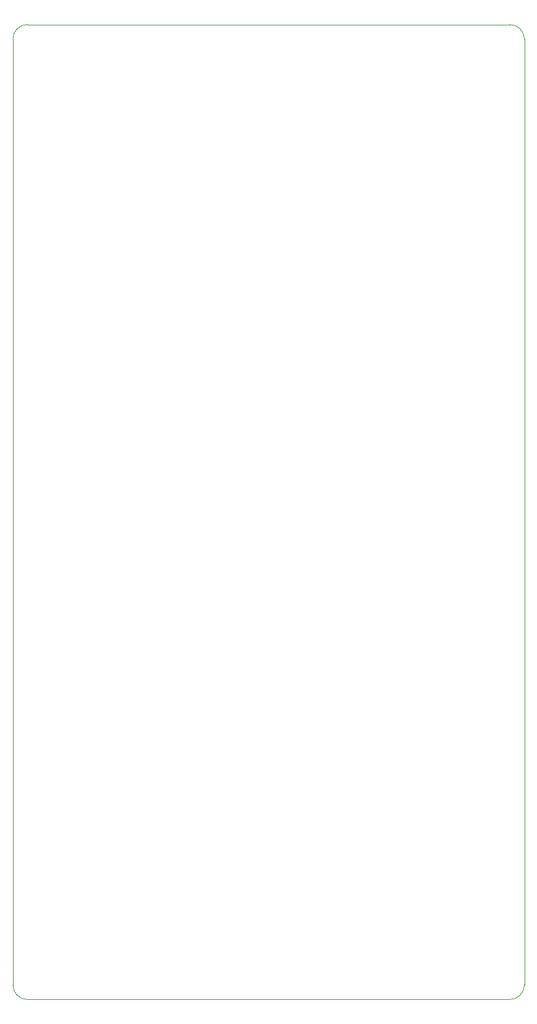
<source format=gbr>
%TF.GenerationSoftware,Altium Limited,Altium Designer,19.1.6 (110)*%
G04 Layer_Color=0*
%FSLAX26Y26*%
%MOIN*%
%TF.FileFunction,Profile,NP*%
%TF.Part,Single*%
G01*
G75*
%TA.AperFunction,Profile*%
%ADD68C,0.001000*%
D68*
X-1469001Y-2123260D02*
G03*
X-1390261Y-2202000I78740J0D01*
G01*
X2205D01*
X553386Y-2202000D01*
X1208164Y-2202005D01*
D02*
G03*
X1286905Y-2123260I-3J78743D01*
G01*
Y2968866D01*
D02*
G03*
X1208164Y3047606I-78740J0D01*
G01*
X-1390261D01*
D02*
G03*
X-1469001Y2968866I0J-78740D01*
G01*
Y-2123260D01*
%TF.MD5,04a3462cc9ef9a9982bb1d050256d596*%
M02*

</source>
